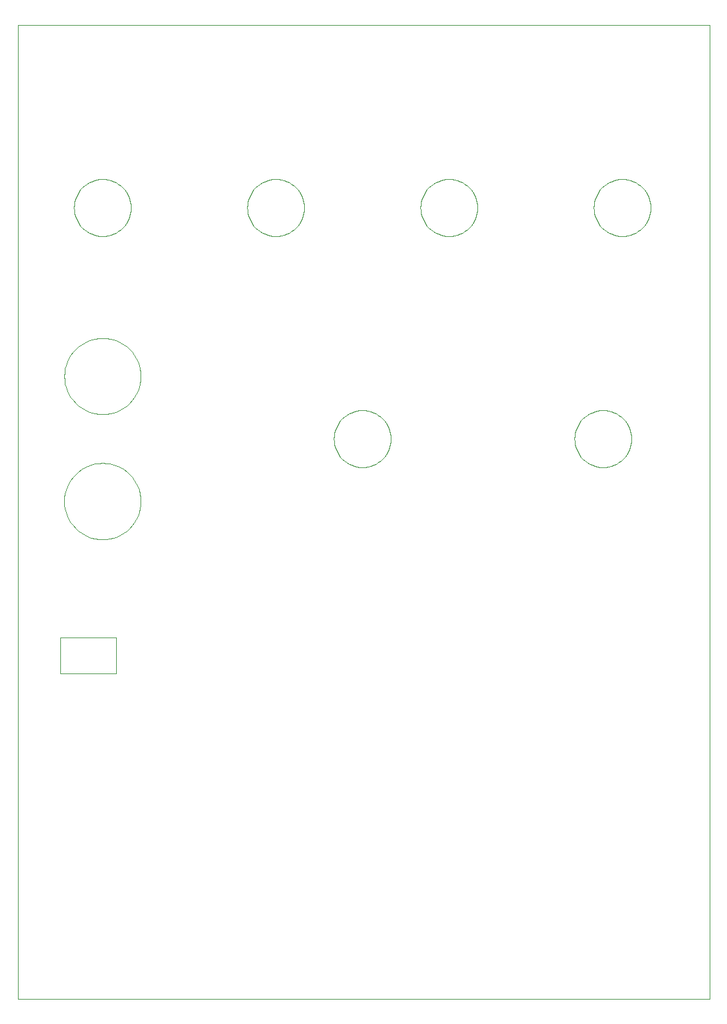
<source format=gbr>
%TF.GenerationSoftware,KiCad,Pcbnew,(5.1.6)-1*%
%TF.CreationDate,2021-02-11T15:37:54+05:30*%
%TF.ProjectId,Valance_Panel,56616c61-6e63-4655-9f50-616e656c2e6b,rev?*%
%TF.SameCoordinates,Original*%
%TF.FileFunction,Profile,NP*%
%FSLAX46Y46*%
G04 Gerber Fmt 4.6, Leading zero omitted, Abs format (unit mm)*
G04 Created by KiCad (PCBNEW (5.1.6)-1) date 2021-02-11 15:37:54*
%MOMM*%
%LPD*%
G01*
G04 APERTURE LIST*
%TA.AperFunction,Profile*%
%ADD10C,0.100000*%
%TD*%
G04 APERTURE END LIST*
D10*
X3575099Y9660700D02*
X3556699Y9290000D01*
X3556699Y9290000D02*
X3502399Y8925600D01*
X3502399Y8925600D02*
X3412999Y8570000D01*
X3412999Y8570000D02*
X3289599Y8225600D01*
X3289599Y8225600D02*
X3133299Y7894800D01*
X3133299Y7894800D02*
X2944999Y7580200D01*
X2944999Y7580200D02*
X2725799Y7284100D01*
X2725799Y7284100D02*
X2476699Y7009000D01*
X2476699Y7009000D02*
X2201699Y6759900D01*
X2201699Y6759900D02*
X1905599Y6540700D01*
X1905599Y6540700D02*
X1590899Y6352400D01*
X1590899Y6352400D02*
X1260099Y6196100D01*
X1260099Y6196100D02*
X915699Y6072700D01*
X915699Y6072700D02*
X560099Y5983400D01*
X560099Y5983400D02*
X195699Y5929000D01*
X195699Y5929000D02*
X-174901Y5910700D01*
X-174901Y5910700D02*
X-545601Y5929000D01*
X-545601Y5929000D02*
X-909901Y5983400D01*
X-909901Y5983400D02*
X-1265501Y6072700D01*
X-1265501Y6072700D02*
X-1610001Y6196100D01*
X-1610001Y6196100D02*
X-1940801Y6352400D01*
X-1940801Y6352400D02*
X-2255401Y6540700D01*
X-2255401Y6540700D02*
X-2551501Y6759900D01*
X-2551501Y6759900D02*
X-2826601Y7009000D01*
X-2826601Y7009000D02*
X-3075701Y7284100D01*
X-3075701Y7284100D02*
X-3294901Y7580200D01*
X-3294901Y7580200D02*
X-3483101Y7894800D01*
X-3483101Y7894800D02*
X-3639501Y8225600D01*
X-3639501Y8225600D02*
X-3762801Y8570000D01*
X-3762801Y8570000D02*
X-3852201Y8925600D01*
X-3852201Y8925600D02*
X-3906601Y9290000D01*
X-3906601Y9290000D02*
X-3924901Y9660700D01*
X-3924901Y9660700D02*
X-3906601Y10031300D01*
X-3906601Y10031300D02*
X-3852201Y10395700D01*
X-3852201Y10395700D02*
X-3762801Y10751300D01*
X-3762801Y10751300D02*
X-3639501Y11095700D01*
X-3639501Y11095700D02*
X-3483101Y11426500D01*
X-3483101Y11426500D02*
X-3294901Y11741200D01*
X-3294901Y11741200D02*
X-3075701Y12037200D01*
X-3075701Y12037200D02*
X-2826601Y12312300D01*
X-2826601Y12312300D02*
X-2551501Y12561400D01*
X-2551501Y12561400D02*
X-2255401Y12780600D01*
X-2255401Y12780600D02*
X-1940801Y12968900D01*
X-1940801Y12968900D02*
X-1610001Y13125200D01*
X-1610001Y13125200D02*
X-1265501Y13248600D01*
X-1265501Y13248600D02*
X-909901Y13337900D01*
X-909901Y13337900D02*
X-545601Y13392300D01*
X-545601Y13392300D02*
X-174901Y13410700D01*
X-174901Y13410700D02*
X195699Y13392300D01*
X195699Y13392300D02*
X560099Y13337900D01*
X560099Y13337900D02*
X915699Y13248600D01*
X915699Y13248600D02*
X1260099Y13125200D01*
X1260099Y13125200D02*
X1590899Y12968900D01*
X1590899Y12968900D02*
X1905599Y12780600D01*
X1905599Y12780600D02*
X2201699Y12561400D01*
X2201699Y12561400D02*
X2476699Y12312300D01*
X2476699Y12312300D02*
X2725799Y12037200D01*
X2725799Y12037200D02*
X2944999Y11741200D01*
X2944999Y11741200D02*
X3133299Y11426500D01*
X3133299Y11426500D02*
X3289599Y11095700D01*
X3289599Y11095700D02*
X3412999Y10751300D01*
X3412999Y10751300D02*
X3502399Y10395700D01*
X3502399Y10395700D02*
X3556699Y10031300D01*
X3556699Y10031300D02*
X3575099Y9660700D01*
X3575099Y9660700D02*
X3575099Y9660700D01*
X35325099Y9660700D02*
X35306699Y9290000D01*
X35306699Y9290000D02*
X35252399Y8925600D01*
X35252399Y8925600D02*
X35162999Y8570000D01*
X35162999Y8570000D02*
X35039599Y8225600D01*
X35039599Y8225600D02*
X34883299Y7894800D01*
X34883299Y7894800D02*
X34694999Y7580200D01*
X34694999Y7580200D02*
X34475799Y7284100D01*
X34475799Y7284100D02*
X34226699Y7009000D01*
X34226699Y7009000D02*
X33951699Y6759900D01*
X33951699Y6759900D02*
X33655599Y6540700D01*
X33655599Y6540700D02*
X33340899Y6352400D01*
X33340899Y6352400D02*
X33010099Y6196100D01*
X33010099Y6196100D02*
X32665699Y6072700D01*
X32665699Y6072700D02*
X32310099Y5983400D01*
X32310099Y5983400D02*
X31945699Y5929000D01*
X31945699Y5929000D02*
X31575099Y5910700D01*
X31575099Y5910700D02*
X31204399Y5929000D01*
X31204399Y5929000D02*
X30840099Y5983400D01*
X30840099Y5983400D02*
X30484499Y6072700D01*
X30484499Y6072700D02*
X30139999Y6196100D01*
X30139999Y6196100D02*
X29809199Y6352400D01*
X29809199Y6352400D02*
X29494599Y6540700D01*
X29494599Y6540700D02*
X29198499Y6759900D01*
X29198499Y6759900D02*
X28923399Y7009000D01*
X28923399Y7009000D02*
X28674299Y7284100D01*
X28674299Y7284100D02*
X28455099Y7580200D01*
X28455099Y7580200D02*
X28266899Y7894800D01*
X28266899Y7894800D02*
X28110499Y8225600D01*
X28110499Y8225600D02*
X27987199Y8570000D01*
X27987199Y8570000D02*
X27897799Y8925600D01*
X27897799Y8925600D02*
X27843399Y9290000D01*
X27843399Y9290000D02*
X27825099Y9660700D01*
X27825099Y9660700D02*
X27843399Y10031300D01*
X27843399Y10031300D02*
X27897799Y10395700D01*
X27897799Y10395700D02*
X27987199Y10751300D01*
X27987199Y10751300D02*
X28110499Y11095700D01*
X28110499Y11095700D02*
X28266899Y11426500D01*
X28266899Y11426500D02*
X28455099Y11741200D01*
X28455099Y11741200D02*
X28674299Y12037200D01*
X28674299Y12037200D02*
X28923399Y12312300D01*
X28923399Y12312300D02*
X29198499Y12561400D01*
X29198499Y12561400D02*
X29494599Y12780600D01*
X29494599Y12780600D02*
X29809199Y12968900D01*
X29809199Y12968900D02*
X30139999Y13125200D01*
X30139999Y13125200D02*
X30484499Y13248600D01*
X30484499Y13248600D02*
X30840099Y13337900D01*
X30840099Y13337900D02*
X31204399Y13392300D01*
X31204399Y13392300D02*
X31575099Y13410700D01*
X31575099Y13410700D02*
X31945699Y13392300D01*
X31945699Y13392300D02*
X32310099Y13337900D01*
X32310099Y13337900D02*
X32665699Y13248600D01*
X32665699Y13248600D02*
X33010099Y13125200D01*
X33010099Y13125200D02*
X33340899Y12968900D01*
X33340899Y12968900D02*
X33655599Y12780600D01*
X33655599Y12780600D02*
X33951699Y12561400D01*
X33951699Y12561400D02*
X34226699Y12312300D01*
X34226699Y12312300D02*
X34475799Y12037200D01*
X34475799Y12037200D02*
X34694999Y11741200D01*
X34694999Y11741200D02*
X34883299Y11426500D01*
X34883299Y11426500D02*
X35039599Y11095700D01*
X35039599Y11095700D02*
X35162999Y10751300D01*
X35162999Y10751300D02*
X35252399Y10395700D01*
X35252399Y10395700D02*
X35306699Y10031300D01*
X35306699Y10031300D02*
X35325099Y9660700D01*
X35325099Y9660700D02*
X35325099Y9660700D01*
X-30714601Y40140000D02*
X-30733001Y39769300D01*
X-30733001Y39769300D02*
X-30787301Y39404900D01*
X-30787301Y39404900D02*
X-30876701Y39049300D01*
X-30876701Y39049300D02*
X-31000101Y38704900D01*
X-31000101Y38704900D02*
X-31156401Y38374100D01*
X-31156401Y38374100D02*
X-31344701Y38059500D01*
X-31344701Y38059500D02*
X-31563901Y37763400D01*
X-31563901Y37763400D02*
X-31813001Y37488300D01*
X-31813001Y37488300D02*
X-32088001Y37239200D01*
X-32088001Y37239200D02*
X-32384101Y37020000D01*
X-32384101Y37020000D02*
X-32698801Y36831700D01*
X-32698801Y36831700D02*
X-33029601Y36675400D01*
X-33029601Y36675400D02*
X-33374001Y36552000D01*
X-33374001Y36552000D02*
X-33729601Y36462700D01*
X-33729601Y36462700D02*
X-34094001Y36408300D01*
X-34094001Y36408300D02*
X-34464601Y36390000D01*
X-34464601Y36390000D02*
X-34835301Y36408300D01*
X-34835301Y36408300D02*
X-35199601Y36462700D01*
X-35199601Y36462700D02*
X-35555201Y36552000D01*
X-35555201Y36552000D02*
X-35899711Y36675400D01*
X-35899711Y36675400D02*
X-36230511Y36831700D01*
X-36230511Y36831700D02*
X-36545111Y37020000D01*
X-36545111Y37020000D02*
X-36841211Y37239200D01*
X-36841211Y37239200D02*
X-37116311Y37488300D01*
X-37116311Y37488300D02*
X-37365411Y37763400D01*
X-37365411Y37763400D02*
X-37584611Y38059500D01*
X-37584611Y38059500D02*
X-37772811Y38374100D01*
X-37772811Y38374100D02*
X-37929211Y38704900D01*
X-37929211Y38704900D02*
X-38052511Y39049300D01*
X-38052511Y39049300D02*
X-38141911Y39404900D01*
X-38141911Y39404900D02*
X-38196311Y39769300D01*
X-38196311Y39769300D02*
X-38214611Y40140000D01*
X-38214611Y40140000D02*
X-38196311Y40510600D01*
X-38196311Y40510600D02*
X-38141911Y40875000D01*
X-38141911Y40875000D02*
X-38052511Y41230600D01*
X-38052511Y41230600D02*
X-37929211Y41575000D01*
X-37929211Y41575000D02*
X-37772811Y41905800D01*
X-37772811Y41905800D02*
X-37584611Y42220500D01*
X-37584611Y42220500D02*
X-37365411Y42516500D01*
X-37365411Y42516500D02*
X-37116311Y42791600D01*
X-37116311Y42791600D02*
X-36841211Y43040700D01*
X-36841211Y43040700D02*
X-36545111Y43259900D01*
X-36545111Y43259900D02*
X-36230511Y43448200D01*
X-36230511Y43448200D02*
X-35899711Y43604500D01*
X-35899711Y43604500D02*
X-35555201Y43727900D01*
X-35555201Y43727900D02*
X-35199601Y43817200D01*
X-35199601Y43817200D02*
X-34835301Y43871600D01*
X-34835301Y43871600D02*
X-34464601Y43890000D01*
X-34464601Y43890000D02*
X-34094001Y43871600D01*
X-34094001Y43871600D02*
X-33729601Y43817200D01*
X-33729601Y43817200D02*
X-33374001Y43727900D01*
X-33374001Y43727900D02*
X-33029601Y43604500D01*
X-33029601Y43604500D02*
X-32698801Y43448200D01*
X-32698801Y43448200D02*
X-32384101Y43259900D01*
X-32384101Y43259900D02*
X-32088001Y43040700D01*
X-32088001Y43040700D02*
X-31813001Y42791600D01*
X-31813001Y42791600D02*
X-31563901Y42516500D01*
X-31563901Y42516500D02*
X-31344701Y42220500D01*
X-31344701Y42220500D02*
X-31156401Y41905800D01*
X-31156401Y41905800D02*
X-31000101Y41575000D01*
X-31000101Y41575000D02*
X-30876701Y41230600D01*
X-30876701Y41230600D02*
X-30787301Y40875000D01*
X-30787301Y40875000D02*
X-30733001Y40510600D01*
X-30733001Y40510600D02*
X-30714601Y40140000D01*
X-30714601Y40140000D02*
X-30714601Y40140000D01*
X-7854301Y40140000D02*
X-7872701Y39769300D01*
X-7872701Y39769300D02*
X-7927001Y39404900D01*
X-7927001Y39404900D02*
X-8016401Y39049300D01*
X-8016401Y39049300D02*
X-8139801Y38704900D01*
X-8139801Y38704900D02*
X-8296101Y38374100D01*
X-8296101Y38374100D02*
X-8484401Y38059500D01*
X-8484401Y38059500D02*
X-8703601Y37763400D01*
X-8703601Y37763400D02*
X-8952701Y37488300D01*
X-8952701Y37488300D02*
X-9227701Y37239200D01*
X-9227701Y37239200D02*
X-9523801Y37020000D01*
X-9523801Y37020000D02*
X-9838501Y36831700D01*
X-9838501Y36831700D02*
X-10169301Y36675400D01*
X-10169301Y36675400D02*
X-10513701Y36552000D01*
X-10513701Y36552000D02*
X-10869301Y36462700D01*
X-10869301Y36462700D02*
X-11233701Y36408300D01*
X-11233701Y36408300D02*
X-11604301Y36390000D01*
X-11604301Y36390000D02*
X-11975001Y36408300D01*
X-11975001Y36408300D02*
X-12339301Y36462700D01*
X-12339301Y36462700D02*
X-12694901Y36552000D01*
X-12694901Y36552000D02*
X-13039401Y36675400D01*
X-13039401Y36675400D02*
X-13370201Y36831700D01*
X-13370201Y36831700D02*
X-13684801Y37020000D01*
X-13684801Y37020000D02*
X-13980901Y37239200D01*
X-13980901Y37239200D02*
X-14256001Y37488300D01*
X-14256001Y37488300D02*
X-14505101Y37763400D01*
X-14505101Y37763400D02*
X-14724301Y38059500D01*
X-14724301Y38059500D02*
X-14912501Y38374100D01*
X-14912501Y38374100D02*
X-15068901Y38704900D01*
X-15068901Y38704900D02*
X-15192201Y39049300D01*
X-15192201Y39049300D02*
X-15281601Y39404900D01*
X-15281601Y39404900D02*
X-15336001Y39769300D01*
X-15336001Y39769300D02*
X-15354301Y40140000D01*
X-15354301Y40140000D02*
X-15336001Y40510600D01*
X-15336001Y40510600D02*
X-15281601Y40875000D01*
X-15281601Y40875000D02*
X-15192201Y41230600D01*
X-15192201Y41230600D02*
X-15068901Y41575000D01*
X-15068901Y41575000D02*
X-14912501Y41905800D01*
X-14912501Y41905800D02*
X-14724301Y42220500D01*
X-14724301Y42220500D02*
X-14505101Y42516500D01*
X-14505101Y42516500D02*
X-14256001Y42791600D01*
X-14256001Y42791600D02*
X-13980901Y43040700D01*
X-13980901Y43040700D02*
X-13684801Y43259900D01*
X-13684801Y43259900D02*
X-13370201Y43448200D01*
X-13370201Y43448200D02*
X-13039401Y43604500D01*
X-13039401Y43604500D02*
X-12694901Y43727900D01*
X-12694901Y43727900D02*
X-12339301Y43817200D01*
X-12339301Y43817200D02*
X-11975001Y43871600D01*
X-11975001Y43871600D02*
X-11604301Y43890000D01*
X-11604301Y43890000D02*
X-11233701Y43871600D01*
X-11233701Y43871600D02*
X-10869301Y43817200D01*
X-10869301Y43817200D02*
X-10513701Y43727900D01*
X-10513701Y43727900D02*
X-10169301Y43604500D01*
X-10169301Y43604500D02*
X-9838501Y43448200D01*
X-9838501Y43448200D02*
X-9523801Y43259900D01*
X-9523801Y43259900D02*
X-9227701Y43040700D01*
X-9227701Y43040700D02*
X-8952701Y42791600D01*
X-8952701Y42791600D02*
X-8703601Y42516500D01*
X-8703601Y42516500D02*
X-8484401Y42220500D01*
X-8484401Y42220500D02*
X-8296101Y41905800D01*
X-8296101Y41905800D02*
X-8139801Y41575000D01*
X-8139801Y41575000D02*
X-8016401Y41230600D01*
X-8016401Y41230600D02*
X-7927001Y40875000D01*
X-7927001Y40875000D02*
X-7872701Y40510600D01*
X-7872701Y40510600D02*
X-7854301Y40140000D01*
X-7854301Y40140000D02*
X-7854301Y40140000D01*
X15005899Y40140000D02*
X14987499Y39769300D01*
X14987499Y39769300D02*
X14933199Y39404900D01*
X14933199Y39404900D02*
X14843799Y39049300D01*
X14843799Y39049300D02*
X14720399Y38704900D01*
X14720399Y38704900D02*
X14564099Y38374100D01*
X14564099Y38374100D02*
X14375799Y38059500D01*
X14375799Y38059500D02*
X14156599Y37763400D01*
X14156599Y37763400D02*
X13907499Y37488300D01*
X13907499Y37488300D02*
X13632499Y37239200D01*
X13632499Y37239200D02*
X13336399Y37020000D01*
X13336399Y37020000D02*
X13021699Y36831700D01*
X13021699Y36831700D02*
X12690899Y36675400D01*
X12690899Y36675400D02*
X12346499Y36552000D01*
X12346499Y36552000D02*
X11990899Y36462700D01*
X11990899Y36462700D02*
X11626499Y36408300D01*
X11626499Y36408300D02*
X11255899Y36390000D01*
X11255899Y36390000D02*
X10885199Y36408300D01*
X10885199Y36408300D02*
X10520899Y36462700D01*
X10520899Y36462700D02*
X10165299Y36552000D01*
X10165299Y36552000D02*
X9820799Y36675400D01*
X9820799Y36675400D02*
X9489999Y36831700D01*
X9489999Y36831700D02*
X9175399Y37020000D01*
X9175399Y37020000D02*
X8879299Y37239200D01*
X8879299Y37239200D02*
X8604199Y37488300D01*
X8604199Y37488300D02*
X8355099Y37763400D01*
X8355099Y37763400D02*
X8135899Y38059500D01*
X8135899Y38059500D02*
X7947699Y38374100D01*
X7947699Y38374100D02*
X7791299Y38704900D01*
X7791299Y38704900D02*
X7667999Y39049300D01*
X7667999Y39049300D02*
X7578599Y39404900D01*
X7578599Y39404900D02*
X7524199Y39769300D01*
X7524199Y39769300D02*
X7505899Y40140000D01*
X7505899Y40140000D02*
X7524199Y40510600D01*
X7524199Y40510600D02*
X7578599Y40875000D01*
X7578599Y40875000D02*
X7667999Y41230600D01*
X7667999Y41230600D02*
X7791299Y41575000D01*
X7791299Y41575000D02*
X7947699Y41905800D01*
X7947699Y41905800D02*
X8135899Y42220500D01*
X8135899Y42220500D02*
X8355099Y42516500D01*
X8355099Y42516500D02*
X8604199Y42791600D01*
X8604199Y42791600D02*
X8879299Y43040700D01*
X8879299Y43040700D02*
X9175399Y43259900D01*
X9175399Y43259900D02*
X9489999Y43448200D01*
X9489999Y43448200D02*
X9820799Y43604500D01*
X9820799Y43604500D02*
X10165299Y43727900D01*
X10165299Y43727900D02*
X10520899Y43817200D01*
X10520899Y43817200D02*
X10885199Y43871600D01*
X10885199Y43871600D02*
X11255899Y43890000D01*
X11255899Y43890000D02*
X11626499Y43871600D01*
X11626499Y43871600D02*
X11990899Y43817200D01*
X11990899Y43817200D02*
X12346499Y43727900D01*
X12346499Y43727900D02*
X12690899Y43604500D01*
X12690899Y43604500D02*
X13021699Y43448200D01*
X13021699Y43448200D02*
X13336399Y43259900D01*
X13336399Y43259900D02*
X13632499Y43040700D01*
X13632499Y43040700D02*
X13907499Y42791600D01*
X13907499Y42791600D02*
X14156599Y42516500D01*
X14156599Y42516500D02*
X14375799Y42220500D01*
X14375799Y42220500D02*
X14564099Y41905800D01*
X14564099Y41905800D02*
X14720399Y41575000D01*
X14720399Y41575000D02*
X14843799Y41230600D01*
X14843799Y41230600D02*
X14933199Y40875000D01*
X14933199Y40875000D02*
X14987499Y40510600D01*
X14987499Y40510600D02*
X15005899Y40140000D01*
X15005899Y40140000D02*
X15005899Y40140000D01*
X37866199Y40140000D02*
X37847799Y39769300D01*
X37847799Y39769300D02*
X37793499Y39404900D01*
X37793499Y39404900D02*
X37704099Y39049300D01*
X37704099Y39049300D02*
X37580699Y38704900D01*
X37580699Y38704900D02*
X37424399Y38374100D01*
X37424399Y38374100D02*
X37236099Y38059500D01*
X37236099Y38059500D02*
X37016899Y37763400D01*
X37016899Y37763400D02*
X36767799Y37488300D01*
X36767799Y37488300D02*
X36492799Y37239200D01*
X36492799Y37239200D02*
X36196699Y37020000D01*
X36196699Y37020000D02*
X35881999Y36831700D01*
X35881999Y36831700D02*
X35551199Y36675400D01*
X35551199Y36675400D02*
X35206799Y36552000D01*
X35206799Y36552000D02*
X34851199Y36462700D01*
X34851199Y36462700D02*
X34486799Y36408300D01*
X34486799Y36408300D02*
X34116199Y36390000D01*
X34116199Y36390000D02*
X33745499Y36408300D01*
X33745499Y36408300D02*
X33381199Y36462700D01*
X33381199Y36462700D02*
X33025599Y36552000D01*
X33025599Y36552000D02*
X32681099Y36675400D01*
X32681099Y36675400D02*
X32350299Y36831700D01*
X32350299Y36831700D02*
X32035699Y37020000D01*
X32035699Y37020000D02*
X31739599Y37239200D01*
X31739599Y37239200D02*
X31464499Y37488300D01*
X31464499Y37488300D02*
X31215399Y37763400D01*
X31215399Y37763400D02*
X30996199Y38059500D01*
X30996199Y38059500D02*
X30807999Y38374100D01*
X30807999Y38374100D02*
X30651599Y38704900D01*
X30651599Y38704900D02*
X30528299Y39049300D01*
X30528299Y39049300D02*
X30438899Y39404900D01*
X30438899Y39404900D02*
X30384499Y39769300D01*
X30384499Y39769300D02*
X30366199Y40140000D01*
X30366199Y40140000D02*
X30384499Y40510600D01*
X30384499Y40510600D02*
X30438899Y40875000D01*
X30438899Y40875000D02*
X30528299Y41230600D01*
X30528299Y41230600D02*
X30651599Y41575000D01*
X30651599Y41575000D02*
X30807999Y41905800D01*
X30807999Y41905800D02*
X30996199Y42220500D01*
X30996199Y42220500D02*
X31215399Y42516500D01*
X31215399Y42516500D02*
X31464499Y42791600D01*
X31464499Y42791600D02*
X31739599Y43040700D01*
X31739599Y43040700D02*
X32035699Y43259900D01*
X32035699Y43259900D02*
X32350299Y43448200D01*
X32350299Y43448200D02*
X32681099Y43604500D01*
X32681099Y43604500D02*
X33025599Y43727900D01*
X33025599Y43727900D02*
X33381199Y43817200D01*
X33381199Y43817200D02*
X33745499Y43871600D01*
X33745499Y43871600D02*
X34116199Y43890000D01*
X34116199Y43890000D02*
X34486799Y43871600D01*
X34486799Y43871600D02*
X34851199Y43817200D01*
X34851199Y43817200D02*
X35206799Y43727900D01*
X35206799Y43727900D02*
X35551199Y43604500D01*
X35551199Y43604500D02*
X35881999Y43448200D01*
X35881999Y43448200D02*
X36196699Y43259900D01*
X36196699Y43259900D02*
X36492799Y43040700D01*
X36492799Y43040700D02*
X36767799Y42791600D01*
X36767799Y42791600D02*
X37016899Y42516500D01*
X37016899Y42516500D02*
X37236099Y42220500D01*
X37236099Y42220500D02*
X37424399Y41905800D01*
X37424399Y41905800D02*
X37580699Y41575000D01*
X37580699Y41575000D02*
X37704099Y41230600D01*
X37704099Y41230600D02*
X37793499Y40875000D01*
X37793499Y40875000D02*
X37847799Y40510600D01*
X37847799Y40510600D02*
X37866199Y40140000D01*
X37866199Y40140000D02*
X37866199Y40140000D01*
X-29412201Y17921200D02*
X-29436901Y17425500D01*
X-29436901Y17425500D02*
X-29510001Y16938300D01*
X-29510001Y16938300D02*
X-29630001Y16462800D01*
X-29630001Y16462800D02*
X-29795901Y16002300D01*
X-29795901Y16002300D02*
X-30006101Y15559900D01*
X-30006101Y15559900D02*
X-30259101Y15139300D01*
X-30259101Y15139300D02*
X-30553801Y14743400D01*
X-30553801Y14743400D02*
X-30888601Y14375500D01*
X-30888601Y14375500D02*
X-31258301Y14042400D01*
X-31258301Y14042400D02*
X-31656201Y13749300D01*
X-31656201Y13749300D02*
X-32079301Y13497500D01*
X-32079301Y13497500D02*
X-32523901Y13288600D01*
X-32523901Y13288600D02*
X-32986801Y13123500D01*
X-32986801Y13123500D02*
X-33464801Y13004100D01*
X-33464801Y13004100D02*
X-33954601Y12931400D01*
X-33954601Y12931400D02*
X-34452801Y12906900D01*
X-34452801Y12906900D02*
X-34951101Y12931400D01*
X-34951101Y12931400D02*
X-35440701Y13004100D01*
X-35440701Y13004100D02*
X-35918721Y13123500D01*
X-35918721Y13123500D02*
X-36381781Y13288600D01*
X-36381781Y13288600D02*
X-36826431Y13497500D01*
X-36826431Y13497500D02*
X-37249301Y13749300D01*
X-37249301Y13749300D02*
X-37647311Y14042400D01*
X-37647311Y14042400D02*
X-38017091Y14375500D01*
X-38017091Y14375500D02*
X-38351921Y14743400D01*
X-38351921Y14743400D02*
X-38646561Y15139300D01*
X-38646561Y15139300D02*
X-38899531Y15559900D01*
X-38899531Y15559900D02*
X-39109751Y16002300D01*
X-39109751Y16002300D02*
X-39275491Y16462800D01*
X-39275491Y16462800D02*
X-39395661Y16938300D01*
X-39395661Y16938300D02*
X-39468781Y17425500D01*
X-39468781Y17425500D02*
X-39493381Y17921200D01*
X-39493381Y17921200D02*
X-39468781Y18416700D01*
X-39468781Y18416700D02*
X-39395661Y18904000D01*
X-39395661Y18904000D02*
X-39275491Y19379400D01*
X-39275491Y19379400D02*
X-39109751Y19839900D01*
X-39109751Y19839900D02*
X-38899531Y20282300D01*
X-38899531Y20282300D02*
X-38646561Y20703100D01*
X-38646561Y20703100D02*
X-38351921Y21098900D01*
X-38351921Y21098900D02*
X-38017091Y21466700D01*
X-38017091Y21466700D02*
X-37647311Y21799700D01*
X-37647311Y21799700D02*
X-37249301Y22092900D01*
X-37249301Y22092900D02*
X-36826431Y22344600D01*
X-36826431Y22344600D02*
X-36381781Y22553700D01*
X-36381781Y22553700D02*
X-35918721Y22718700D01*
X-35918721Y22718700D02*
X-35440701Y22838000D01*
X-35440701Y22838000D02*
X-34951101Y22910800D01*
X-34951101Y22910800D02*
X-34452801Y22935400D01*
X-34452801Y22935400D02*
X-33954601Y22910800D01*
X-33954601Y22910800D02*
X-33464801Y22838000D01*
X-33464801Y22838000D02*
X-32986901Y22718700D01*
X-32986901Y22718700D02*
X-32523901Y22553700D01*
X-32523901Y22553700D02*
X-32079301Y22344600D01*
X-32079301Y22344600D02*
X-31656201Y22092900D01*
X-31656201Y22092900D02*
X-31258301Y21799700D01*
X-31258301Y21799700D02*
X-30888601Y21466700D01*
X-30888601Y21466700D02*
X-30553801Y21098900D01*
X-30553801Y21098900D02*
X-30259101Y20703100D01*
X-30259101Y20703100D02*
X-30006101Y20282300D01*
X-30006101Y20282300D02*
X-29795901Y19839900D01*
X-29795901Y19839900D02*
X-29630001Y19379400D01*
X-29630001Y19379400D02*
X-29510001Y18904000D01*
X-29510001Y18904000D02*
X-29436901Y18416700D01*
X-29436901Y18416700D02*
X-29412201Y17921200D01*
X-29412201Y17921200D02*
X-29412201Y17921200D01*
X-40064031Y-16509500D02*
X-32664001Y-16509500D01*
X-32664001Y-16509500D02*
X-32664001Y-21309200D01*
X-32664001Y-21309200D02*
X-40064031Y-21309200D01*
X-40064031Y-21309200D02*
X-40064031Y-16509500D01*
X-40064031Y-16509500D02*
X-40064031Y-16509500D01*
X-45650002Y64250000D02*
X45649999Y64250000D01*
X45649999Y64250000D02*
X45649999Y-64250000D01*
X45649999Y-64250000D02*
X-45650002Y-64250000D01*
X-45650002Y-64250000D02*
X-45650002Y64250000D01*
X-45650002Y64250000D02*
X-45650002Y64250000D01*
X-29411601Y1421600D02*
X-29436401Y924100D01*
X-29436401Y924100D02*
X-29509601Y435000D01*
X-29509601Y435000D02*
X-29629901Y-42300D01*
X-29629901Y-42300D02*
X-29796101Y-504500D01*
X-29796101Y-504500D02*
X-30006701Y-948600D01*
X-30006701Y-948600D02*
X-30260201Y-1370800D01*
X-30260201Y-1370800D02*
X-30555501Y-1768200D01*
X-30555501Y-1768200D02*
X-30891001Y-2137400D01*
X-30891001Y-2137400D02*
X-31261301Y-2471700D01*
X-31261301Y-2471700D02*
X-31660101Y-2766000D01*
X-31660101Y-2766000D02*
X-32084001Y-3018700D01*
X-32084001Y-3018700D02*
X-32529501Y-3228500D01*
X-32529501Y-3228500D02*
X-32993301Y-3394100D01*
X-32993301Y-3394100D02*
X-33472201Y-3513900D01*
X-33472201Y-3513900D02*
X-33963001Y-3587000D01*
X-33963001Y-3587000D02*
X-34462101Y-3611600D01*
X-34462101Y-3611600D02*
X-34961401Y-3587000D01*
X-34961401Y-3587000D02*
X-35452001Y-3513900D01*
X-35452001Y-3513900D02*
X-35930961Y-3394100D01*
X-35930961Y-3394100D02*
X-36394941Y-3228500D01*
X-36394941Y-3228500D02*
X-36840461Y-3018700D01*
X-36840461Y-3018700D02*
X-37264171Y-2766000D01*
X-37264171Y-2766000D02*
X-37662961Y-2471700D01*
X-37662961Y-2471700D02*
X-38033461Y-2137400D01*
X-38033461Y-2137400D02*
X-38368951Y-1768200D01*
X-38368951Y-1768200D02*
X-38664171Y-1370800D01*
X-38664171Y-1370800D02*
X-38917641Y-948600D01*
X-38917641Y-948600D02*
X-39128281Y-504500D01*
X-39128281Y-504500D02*
X-39294341Y-42300D01*
X-39294341Y-42300D02*
X-39414751Y435000D01*
X-39414751Y435000D02*
X-39488021Y924100D01*
X-39488021Y924100D02*
X-39512661Y1421600D01*
X-39512661Y1421600D02*
X-39488021Y1919000D01*
X-39488021Y1919000D02*
X-39414751Y2408100D01*
X-39414751Y2408100D02*
X-39294341Y2885400D01*
X-39294341Y2885400D02*
X-39128281Y3347700D01*
X-39128281Y3347700D02*
X-38917641Y3791700D01*
X-38917641Y3791700D02*
X-38664171Y4214000D01*
X-38664171Y4214000D02*
X-38368951Y4611300D01*
X-38368951Y4611300D02*
X-38033461Y4980500D01*
X-38033461Y4980500D02*
X-37662961Y5314800D01*
X-37662961Y5314800D02*
X-37264171Y5609100D01*
X-37264171Y5609100D02*
X-36840461Y5861800D01*
X-36840461Y5861800D02*
X-36394941Y6071600D01*
X-36394941Y6071600D02*
X-35930961Y6237300D01*
X-35930961Y6237300D02*
X-35452001Y6357100D01*
X-35452001Y6357100D02*
X-34961401Y6430100D01*
X-34961401Y6430100D02*
X-34462101Y6454800D01*
X-34462101Y6454800D02*
X-33963001Y6430100D01*
X-33963001Y6430100D02*
X-33472201Y6357100D01*
X-33472201Y6357100D02*
X-32993301Y6237300D01*
X-32993301Y6237300D02*
X-32529501Y6071600D01*
X-32529501Y6071600D02*
X-32084001Y5861800D01*
X-32084001Y5861800D02*
X-31660101Y5609100D01*
X-31660101Y5609100D02*
X-31261301Y5314800D01*
X-31261301Y5314800D02*
X-30890901Y4980500D01*
X-30890901Y4980500D02*
X-30555501Y4611300D01*
X-30555501Y4611300D02*
X-30260201Y4214000D01*
X-30260201Y4214000D02*
X-30006701Y3791700D01*
X-30006701Y3791700D02*
X-29796101Y3347700D01*
X-29796101Y3347700D02*
X-29629901Y2885400D01*
X-29629901Y2885400D02*
X-29509601Y2408100D01*
X-29509601Y2408100D02*
X-29436401Y1919000D01*
X-29436401Y1919000D02*
X-29411601Y1421600D01*
X-29411601Y1421600D02*
X-29411601Y1421600D01*
M02*

</source>
